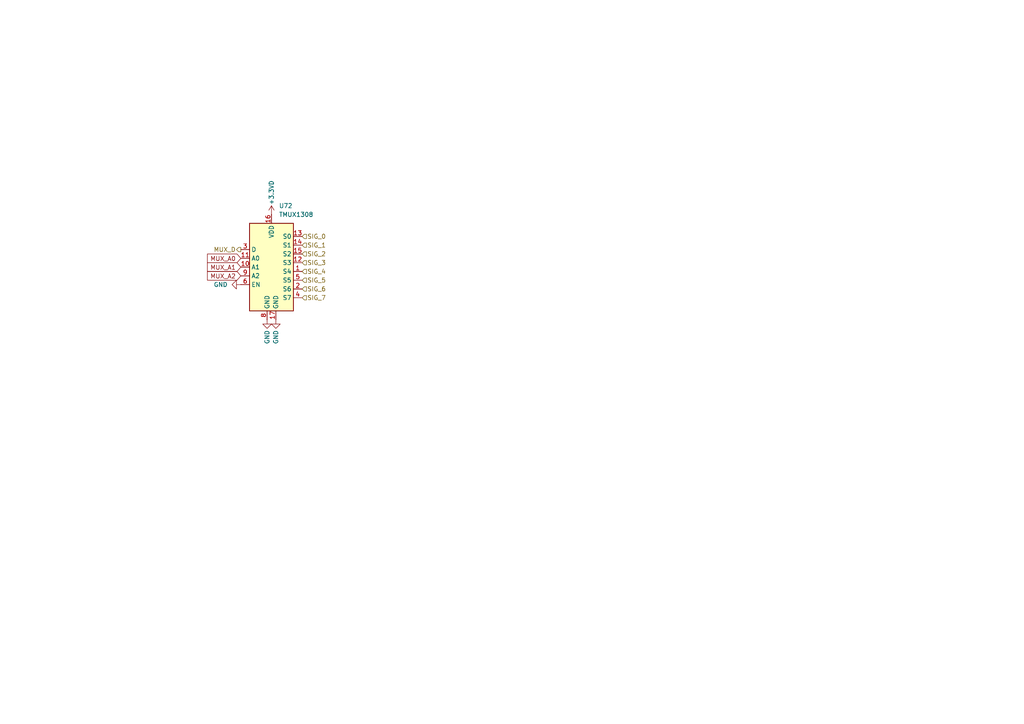
<source format=kicad_sch>
(kicad_sch (version 20250114) (generator "eeschema") (generator_version "9.0")
  (paper "A4")
  (lib_symbols
    (symbol "power:+3.3V" (power) (pin_numbers (hide yes)) (pin_names (offset 0) (hide yes))
      (property "Value" "+3.3V" (at 0 3.556 0))
      (symbol "+3.3V_0_1"
        (polyline (pts (xy -0.762 1.27) (xy 0 2.54)))
        (polyline (pts (xy 0 2.54) (xy 0.762 1.27)))
        (polyline (pts (xy 0 0) (xy 0 2.54)))
      )
      (symbol "+3.3V_1_1"
        (pin power_in line (at 0 0 90) (length 0) (name "~") (number "1"))
      )
    )
    (symbol "power:GND" (power) (pin_numbers (hide yes)) (pin_names (offset 0) (hide yes))
      (property "Value" "GND" (at 0 -3.81 0))
      (symbol "GND_0_1"
        (polyline (pts (xy 0 0) (xy 0 -1.27) (xy 1.27 -1.27) (xy 0 -2.54) (xy -1.27 -1.27) (xy 0 -1.27)))
      )
      (symbol "GND_1_1"
        (pin power_in line (at 0 0 270) (length 0) (name "~") (number "1"))
      )
    )
    (symbol "prometheus-65-symbols:TMUX1308"
      (property "Reference" "U" (at 5.588 -14.732 0))
      (property "Value" "TMUX1308" (at 9.906 -17.272 0))
      (symbol "TMUX1308_0_0"
        (rectangle (start -6.35 12.7) (end 6.35 -12.7) (stroke (width 0.254)) (fill (type background)))
      )
      (symbol "TMUX1308_1_1"
        (pin bidirectional line (at -8.89 5.08 0) (length 2.54) (name "D") (number "3"))
        (pin input line (at -8.89 2.54 0) (length 2.54) (name "A0") (number "11"))
        (pin input line (at -8.89 0 0) (length 2.54) (name "A1") (number "10"))
        (pin input line (at -8.89 -2.54 0) (length 2.54) (name "A2") (number "9"))
        (pin input line (at -8.89 -5.08 0) (length 2.54) (name "EN") (number "6"))
        (pin no_connect line (at -8.89 -7.62 0) (length 2.54) (hide yes) (name "NC") (number "7"))
        (pin power_in line (at -1.27 -15.24 90) (length 2.54) (name "GND") (number "8"))
        (pin power_in line (at 0 15.24 270) (length 2.54) (name "VDD") (number "16"))
        (pin power_in line (at 1.27 -15.24 90) (length 2.54) (name "GND") (number "17"))
        (pin bidirectional line (at 8.89 8.89 180) (length 2.54) (name "S0") (number "13"))
        (pin bidirectional line (at 8.89 6.35 180) (length 2.54) (name "S1") (number "14"))
        (pin bidirectional line (at 8.89 3.81 180) (length 2.54) (name "S2") (number "15"))
        (pin bidirectional line (at 8.89 1.27 180) (length 2.54) (name "S3") (number "12"))
        (pin bidirectional line (at 8.89 -1.27 180) (length 2.54) (name "S4") (number "1"))
        (pin bidirectional line (at 8.89 -3.81 180) (length 2.54) (name "S5") (number "5"))
        (pin bidirectional line (at 8.89 -6.35 180) (length 2.54) (name "S6") (number "2"))
        (pin bidirectional line (at 8.89 -8.89 180) (length 2.54) (name "S7") (number "4"))
      )
    )
  )
  (global_label "MUX_A2" (shape input) (at 69.85 80.01 180) (property "Intersheetrefs" "${INTERSHEET_REFS}" (effects (hide yes))))
  (global_label "MUX_A1" (shape input) (at 69.85 77.47 180) (property "Intersheetrefs" "${INTERSHEET_REFS}" (effects (hide yes))))
  (global_label "MUX_A0" (shape input) (at 69.85 74.93 180) (property "Intersheetrefs" "${INTERSHEET_REFS}" (effects (hide yes))))
  (hierarchical_label "SIG_7" (shape input) (at 87.63 86.36 0))
  (hierarchical_label "SIG_5" (shape input) (at 87.63 81.28 0))
  (hierarchical_label "SIG_3" (shape input) (at 87.63 76.2 0))
  (hierarchical_label "MUX_D" (shape output) (at 69.85 72.39 180))
  (hierarchical_label "SIG_4" (shape input) (at 87.63 78.74 0))
  (hierarchical_label "SIG_1" (shape input) (at 87.63 71.12 0))
  (hierarchical_label "SIG_2" (shape input) (at 87.63 73.66 0))
  (hierarchical_label "SIG_6" (shape input) (at 87.63 83.82 0))
  (hierarchical_label "SIG_0" (shape input) (at 87.63 68.58 0))
  (symbol (lib_id "power:+3.3V") (at 78.74 62.23 0) (unit 1)
    (property "Reference" "#PWR05" (effects (hide yes)))
    (property "Value" "+3.3VD" (at 78.74 55.88 90))
    (property "Description" "Power symbol creates a global label with name \"+3.3V\"" (effects (hide yes)))
    (instances (project "prometheus-65" (path "" (reference "#PWR0513") (unit 1)) (path "" (reference "#PWR0517") (unit 1)) (path "" (reference "#PWR0285") (unit 1)) (path "" (reference "#PWR0225") (unit 1)) (path "" (reference "#PWR0165") (unit 1)) (path "" (reference "#PWR05") (unit 1)) (path "" (reference "#PWR0521") (unit 1)) (path "" (reference "#PWR0525") (unit 1))))
  )
  (symbol (lib_id "power:GND") (at 69.85 82.55 270) (unit 1)
    (property "Reference" "#PWR06" (effects (hide yes)))
    (property "Value" "GND" (at 66.04 82.5499 90) (effects (justify right)))
    (property "Description" "Power symbol creates a global label with name \"GND\" , ground" (effects (hide yes)))
    (instances (project "prometheus-65" (path "" (reference "#PWR0511") (unit 1)) (path "" (reference "#PWR0515") (unit 1)) (path "" (reference "#PWR0283") (unit 1)) (path "" (reference "#PWR0223") (unit 1)) (path "" (reference "#PWR0163") (unit 1)) (path "" (reference "#PWR06") (unit 1)) (path "" (reference "#PWR0519") (unit 1)) (path "" (reference "#PWR0523") (unit 1))))
  )
  (symbol (lib_id "power:GND") (at 77.47 92.71 0) (unit 1)
    (property "Reference" "#PWR03" (effects (hide yes)))
    (property "Value" "GND" (at 77.47 97.79 90))
    (property "Description" "Power symbol creates a global label with name \"GND\" , ground" (effects (hide yes)))
    (instances (project "prometheus-65" (path "" (reference "#PWR0512") (unit 1)) (path "" (reference "#PWR0516") (unit 1)) (path "" (reference "#PWR0284") (unit 1)) (path "" (reference "#PWR0224") (unit 1)) (path "" (reference "#PWR0164") (unit 1)) (path "" (reference "#PWR03") (unit 1)) (path "" (reference "#PWR0520") (unit 1)) (path "" (reference "#PWR0524") (unit 1))))
  )
  (symbol (lib_id "prometheus-65-symbols:TMUX1308") (at 78.74 77.47 0) (unit 1)
    (property "Reference" "U2" (at 80.8833 59.69 0) (effects (justify left)))
    (property "Value" "TMUX1308" (at 80.8833 62.23 0) (effects (justify left)))
    (property "Footprint" "prometheus-65-footprints:TMUX1308BQBR" (effects (hide yes)))
    (property "Datasheet" "kicad-embed://tmux1308.pdf" (effects (hide yes)))
    (instances (project "prometheus-65" (path "" (reference "U72") (unit 1)) (path "" (reference "U73") (unit 1)) (path "" (reference "U39") (unit 1)) (path "" (reference "U30") (unit 1)) (path "" (reference "U21") (unit 1)) (path "" (reference "U2") (unit 1)) (path "" (reference "U74") (unit 1)) (path "" (reference "U75") (unit 1))))
  )
  (symbol (lib_id "power:GND") (at 80.01 92.71 0) (unit 1)
    (property "Reference" "#PWR04" (effects (hide yes)))
    (property "Value" "GND" (at 80.01 97.79 90))
    (property "Description" "Power symbol creates a global label with name \"GND\" , ground" (effects (hide yes)))
    (instances (project "prometheus-65" (path "" (reference "#PWR0514") (unit 1)) (path "" (reference "#PWR0518") (unit 1)) (path "" (reference "#PWR0286") (unit 1)) (path "" (reference "#PWR0226") (unit 1)) (path "" (reference "#PWR0166") (unit 1)) (path "" (reference "#PWR04") (unit 1)) (path "" (reference "#PWR0522") (unit 1)) (path "" (reference "#PWR0526") (unit 1))))
  )
)
</source>
